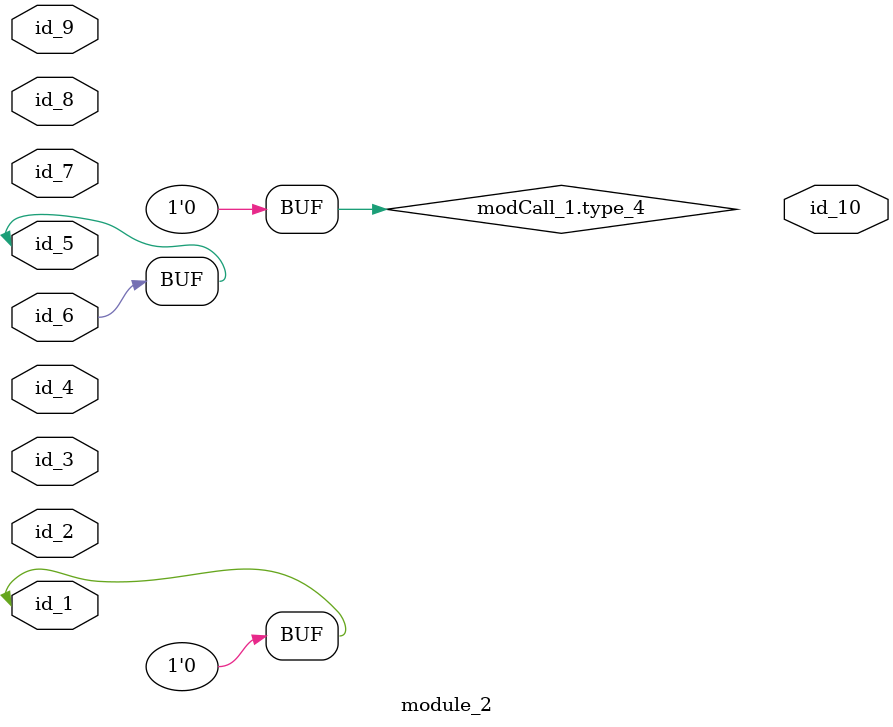
<source format=v>
module module_0;
  supply0 id_1;
  assign id_2 = -1;
  assign id_1 = id_2;
endmodule
module module_1;
  wire id_1, id_2, id_3;
  module_0 modCall_1 ();
endmodule
module module_2 (
    id_1,
    id_2,
    id_3,
    id_4,
    id_5,
    id_6,
    id_7,
    id_8,
    id_9,
    id_10
);
  output wire id_10;
  input wire id_9;
  input wire id_8;
  input wire id_7;
  input wire id_6;
  inout wire id_5;
  input wire id_4;
  inout wire id_3;
  input wire id_2;
  inout wire id_1;
  assign #1 id_1 = 1 == 1'b0;
  wire id_11, id_12;
  assign id_5 = id_6;
  module_0 modCall_1 ();
  assign modCall_1.type_4 = 0;
endmodule

</source>
